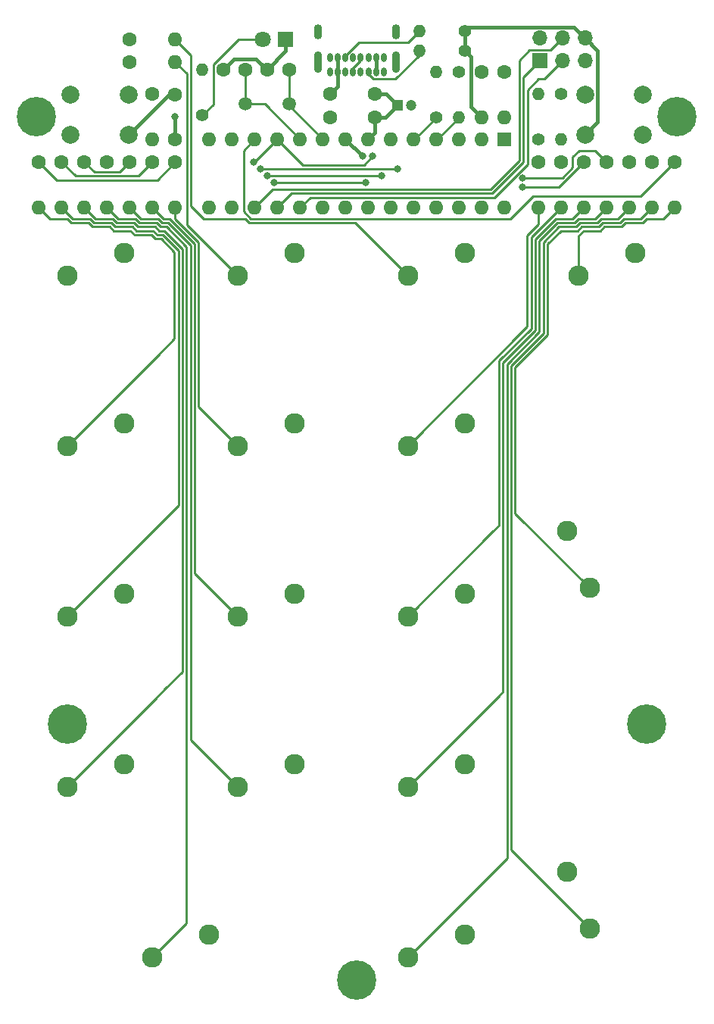
<source format=gtl>
G04 #@! TF.GenerationSoftware,KiCad,Pcbnew,(6.0.2)*
G04 #@! TF.CreationDate,2022-03-11T17:30:27-05:00*
G04 #@! TF.ProjectId,RYCpad_pcb,52594370-6164-45f7-9063-622e6b696361,rev?*
G04 #@! TF.SameCoordinates,Original*
G04 #@! TF.FileFunction,Copper,L1,Top*
G04 #@! TF.FilePolarity,Positive*
%FSLAX46Y46*%
G04 Gerber Fmt 4.6, Leading zero omitted, Abs format (unit mm)*
G04 Created by KiCad (PCBNEW (6.0.2)) date 2022-03-11 17:30:27*
%MOMM*%
%LPD*%
G01*
G04 APERTURE LIST*
G04 #@! TA.AperFunction,ComponentPad*
%ADD10R,1.600000X1.600000*%
G04 #@! TD*
G04 #@! TA.AperFunction,ComponentPad*
%ADD11O,1.600000X1.600000*%
G04 #@! TD*
G04 #@! TA.AperFunction,ComponentPad*
%ADD12C,1.600000*%
G04 #@! TD*
G04 #@! TA.AperFunction,ComponentPad*
%ADD13C,2.286000*%
G04 #@! TD*
G04 #@! TA.AperFunction,ComponentPad*
%ADD14C,1.400000*%
G04 #@! TD*
G04 #@! TA.AperFunction,ComponentPad*
%ADD15O,1.400000X1.400000*%
G04 #@! TD*
G04 #@! TA.AperFunction,ComponentPad*
%ADD16C,4.400000*%
G04 #@! TD*
G04 #@! TA.AperFunction,ComponentPad*
%ADD17C,2.000000*%
G04 #@! TD*
G04 #@! TA.AperFunction,ComponentPad*
%ADD18R,1.700000X1.700000*%
G04 #@! TD*
G04 #@! TA.AperFunction,ComponentPad*
%ADD19O,1.700000X1.700000*%
G04 #@! TD*
G04 #@! TA.AperFunction,ComponentPad*
%ADD20O,0.650000X1.000000*%
G04 #@! TD*
G04 #@! TA.AperFunction,ComponentPad*
%ADD21O,0.900000X1.700000*%
G04 #@! TD*
G04 #@! TA.AperFunction,ComponentPad*
%ADD22O,0.900000X2.400000*%
G04 #@! TD*
G04 #@! TA.AperFunction,ComponentPad*
%ADD23C,1.500000*%
G04 #@! TD*
G04 #@! TA.AperFunction,ComponentPad*
%ADD24R,1.200000X1.200000*%
G04 #@! TD*
G04 #@! TA.AperFunction,ComponentPad*
%ADD25C,1.200000*%
G04 #@! TD*
G04 #@! TA.AperFunction,ComponentPad*
%ADD26R,1.800000X1.800000*%
G04 #@! TD*
G04 #@! TA.AperFunction,ComponentPad*
%ADD27C,1.800000*%
G04 #@! TD*
G04 #@! TA.AperFunction,ViaPad*
%ADD28C,0.800000*%
G04 #@! TD*
G04 #@! TA.AperFunction,Conductor*
%ADD29C,0.250000*%
G04 #@! TD*
G04 #@! TA.AperFunction,Conductor*
%ADD30C,0.400000*%
G04 #@! TD*
G04 APERTURE END LIST*
D10*
X16510000Y46355000D03*
D11*
X13970000Y46355000D03*
X11430000Y46355000D03*
X8890000Y46355000D03*
X6350000Y46355000D03*
X3810000Y46355000D03*
X1270000Y46355000D03*
X-1270000Y46355000D03*
X-3810000Y46355000D03*
X-6350000Y46355000D03*
X-8890000Y46355000D03*
X-11430000Y46355000D03*
X-13970000Y46355000D03*
X-16510000Y46355000D03*
X-16510000Y38735000D03*
X-13970000Y38735000D03*
X-11430000Y38735000D03*
X-8890000Y38735000D03*
X-6350000Y38735000D03*
X-3810000Y38735000D03*
X-1270000Y38735000D03*
X1270000Y38735000D03*
X3810000Y38735000D03*
X6350000Y38735000D03*
X8890000Y38735000D03*
X11430000Y38735000D03*
X13970000Y38735000D03*
X16510000Y38735000D03*
D12*
X-22860000Y51435000D03*
D11*
X-22860000Y46355000D03*
D12*
X-25400000Y54991000D03*
D11*
X-20320000Y54991000D03*
D12*
X-25400000Y57531000D03*
D11*
X-20320000Y57531000D03*
D12*
X35560000Y43815000D03*
D11*
X35560000Y38735000D03*
D12*
X-35560000Y43815000D03*
D11*
X-35560000Y38735000D03*
D12*
X-20320000Y43815000D03*
D11*
X-20320000Y38735000D03*
D12*
X-22860000Y43815000D03*
D11*
X-22860000Y38735000D03*
D12*
X22860000Y43815000D03*
D11*
X22860000Y38735000D03*
D12*
X-30480000Y43815000D03*
D11*
X-30480000Y38735000D03*
D12*
X-25400000Y43815000D03*
D11*
X-25400000Y38735000D03*
D12*
X25400000Y43815000D03*
D11*
X25400000Y38735000D03*
D12*
X30480000Y43815000D03*
D11*
X30480000Y38735000D03*
D12*
X-27940000Y43815000D03*
D11*
X-27940000Y38735000D03*
D12*
X27940000Y43815000D03*
D11*
X27940000Y38735000D03*
D13*
X-26035000Y33655000D03*
X-32385000Y31115000D03*
X-6985000Y33655000D03*
X-13335000Y31115000D03*
X12065000Y33655000D03*
X5715000Y31115000D03*
X31115000Y33655000D03*
X24765000Y31115000D03*
X-26035000Y14605000D03*
X-32385000Y12065000D03*
X-6985000Y14605000D03*
X-13335000Y12065000D03*
X12065000Y14605000D03*
X5715000Y12065000D03*
X23495000Y2540000D03*
X26035000Y-3810000D03*
X-26035000Y-4445000D03*
X-32385000Y-6985000D03*
X-6985000Y-4445000D03*
X-13335000Y-6985000D03*
X12065000Y-4445000D03*
X5715000Y-6985000D03*
X-26035000Y-23495000D03*
X-32385000Y-26035000D03*
X-6985000Y-23495000D03*
X-13335000Y-26035000D03*
X12065000Y-23495000D03*
X5715000Y-26035000D03*
X23495000Y-35560000D03*
X26035000Y-41910000D03*
X-16510000Y-42545000D03*
X-22860000Y-45085000D03*
X12065000Y-42545000D03*
X5715000Y-45085000D03*
D14*
X22860000Y51435000D03*
D15*
X22860000Y46355000D03*
D14*
X12065000Y56261000D03*
D15*
X6985000Y56261000D03*
D14*
X12065000Y58420000D03*
D15*
X6985000Y58420000D03*
D14*
X20320000Y46355000D03*
D15*
X20320000Y51435000D03*
D14*
X11430000Y53848000D03*
D15*
X11430000Y48768000D03*
D16*
X35814000Y48895000D03*
X-35814000Y48895000D03*
D12*
X13970000Y53848000D03*
D11*
X13970000Y48768000D03*
D17*
X-25504000Y51363000D03*
X-32004000Y51363000D03*
X-25504000Y46863000D03*
X-32004000Y46863000D03*
D12*
X20320000Y43815000D03*
D11*
X20320000Y38735000D03*
D12*
X-20320000Y46355000D03*
X-20320000Y51355000D03*
D18*
X20447000Y55118000D03*
D19*
X20447000Y57658000D03*
X22987000Y55118000D03*
X22987000Y57658000D03*
X25527000Y55118000D03*
X25527000Y57658000D03*
D20*
X2975000Y53900000D03*
X2125000Y53900000D03*
X1275000Y53900000D03*
X425000Y53900000D03*
X-425000Y53900000D03*
X-1275000Y53900000D03*
X-2125000Y53900000D03*
X-2975000Y53900000D03*
X-2975000Y55450000D03*
X-2125000Y55450000D03*
X-1275000Y55450000D03*
X-425000Y55450000D03*
X425000Y55450000D03*
X1275000Y55450000D03*
X2125000Y55450000D03*
X2975000Y55450000D03*
D21*
X-4325000Y58360000D03*
D22*
X4325000Y54980000D03*
D21*
X4325000Y58360000D03*
D22*
X-4325000Y54980000D03*
D12*
X16510000Y53848000D03*
D11*
X16510000Y48768000D03*
D12*
X33020000Y43815000D03*
D11*
X33020000Y38735000D03*
D14*
X8890000Y48768000D03*
D15*
X8890000Y53848000D03*
D12*
X-33020000Y43815000D03*
D11*
X-33020000Y38735000D03*
D16*
X-32385000Y-19050000D03*
X0Y-47625000D03*
X32385000Y-19050000D03*
D17*
X25504000Y51363000D03*
X32004000Y51363000D03*
X25504000Y46863000D03*
X32004000Y46863000D03*
D14*
X-17272000Y49022000D03*
D15*
X-17272000Y54102000D03*
D23*
X-12446000Y50292000D03*
X-7566000Y50292000D03*
D12*
X-12446000Y54152800D03*
X-14946000Y54152800D03*
D24*
X4572000Y50165000D03*
D25*
X6072000Y50165000D03*
D12*
X2032000Y51435000D03*
X-2968000Y51435000D03*
X2032000Y48768000D03*
X-2968000Y48768000D03*
X-7569200Y54152800D03*
X-10069200Y54152800D03*
D26*
X-8001000Y57531000D03*
D27*
X-10541000Y57531000D03*
D28*
X-11557000Y43815000D03*
X1778000Y44450000D03*
X4572000Y43053000D03*
X-10795000Y43053000D03*
X-10033000Y42291000D03*
X2794000Y42291000D03*
X18542000Y41021000D03*
X1016000Y41529000D03*
X-9271000Y41529000D03*
X18542000Y42037000D03*
X635000Y44450000D03*
X-20320000Y48895000D03*
D29*
X-11881501Y37465000D02*
X17145000Y37465000D01*
X-12675000Y38258499D02*
X-11881501Y37465000D01*
X-11430000Y46355000D02*
X-12675000Y45110000D01*
X31750000Y40005000D02*
X35560000Y43815000D01*
X17145000Y37465000D02*
X19685000Y40005000D01*
X-12675000Y45110000D02*
X-12675000Y38258499D01*
X19685000Y40005000D02*
X31750000Y40005000D01*
X-18992011Y53663011D02*
X-20320000Y54991000D01*
X-13335000Y31115000D02*
X-18992011Y36772011D01*
X-18992011Y36772011D02*
X-18992011Y53663011D01*
X-17145000Y37465000D02*
X-12517911Y37465000D01*
X-12517911Y37465000D02*
X-12067901Y37014990D01*
X-12067901Y37014990D02*
X-184990Y37014990D01*
X-18542000Y55753000D02*
X-18542000Y38862000D01*
X-184990Y37014990D02*
X5715000Y31115000D01*
X-20320000Y57531000D02*
X-18542000Y55753000D01*
X-18542000Y38862000D02*
X-17145000Y37465000D01*
X32386410Y37465000D02*
X31936400Y37014990D01*
X24765000Y35554360D02*
X25325612Y36114972D01*
X27679212Y36564982D02*
X29582802Y36564982D01*
X27229202Y36114972D02*
X27679212Y36564982D01*
X24765000Y31115000D02*
X24765000Y35554360D01*
X31936400Y37014990D02*
X30032810Y37014990D01*
X34290000Y37465000D02*
X32386410Y37465000D01*
X35560000Y38735000D02*
X34290000Y37465000D01*
X30032810Y37014990D02*
X29582802Y36564982D01*
X25325612Y36114972D02*
X27229202Y36114972D01*
X-24875600Y35664960D02*
X-22972010Y35664960D01*
X-29582800Y36564980D02*
X-27679210Y36564980D01*
X-32386410Y37465000D02*
X-31936400Y37014990D01*
X-22319099Y22130901D02*
X-32385000Y12065000D01*
X-30032810Y37014990D02*
X-29582800Y36564980D01*
X-22972010Y35664960D02*
X-22522000Y35214950D01*
X-21889820Y35214950D02*
X-20400030Y33725160D01*
X-31936400Y37014990D02*
X-30032810Y37014990D01*
X-35560000Y38735000D02*
X-34290000Y37465000D01*
X-20400030Y24049970D02*
X-22319099Y22130901D01*
X-34290000Y37465000D02*
X-32386410Y37465000D01*
X-27229200Y36114970D02*
X-25325610Y36114970D01*
X-25325610Y36114970D02*
X-24875600Y35664960D01*
X-22522000Y35214950D02*
X-21889820Y35214950D01*
X-27679210Y36564980D02*
X-27229200Y36114970D01*
X-20400030Y33725160D02*
X-20400030Y24049970D01*
X-8890000Y46355000D02*
X-11430000Y43815000D01*
X-6037520Y43502520D02*
X-8890000Y46355000D01*
X-11430000Y43815000D02*
X-11557000Y43815000D01*
X1778000Y44450000D02*
X830520Y43502520D01*
X-33534980Y41789980D02*
X-22345020Y41789980D01*
X-22345020Y41789980D02*
X-20320000Y43815000D01*
X830520Y43502520D02*
X-6037520Y43502520D01*
X-35560000Y43815000D02*
X-33534980Y41789980D01*
X-17699970Y34843560D02*
X-20320000Y37463590D01*
X-13335000Y12065000D02*
X-17699970Y16429970D01*
X-17699970Y16429970D02*
X-17699970Y34843560D01*
X-20320000Y37463590D02*
X-20320000Y38735000D01*
X19050000Y25400000D02*
X5715000Y12065000D01*
X19050000Y35562820D02*
X19050000Y25400000D01*
X20320000Y38735000D02*
X20320000Y36832820D01*
X20320000Y36832820D02*
X19050000Y35562820D01*
X17675038Y20842988D02*
X17675038Y4549962D01*
X21300050Y24468000D02*
X17675038Y20842988D01*
X29846410Y37465000D02*
X29396401Y37014991D01*
X22785610Y36114970D02*
X21300050Y34629410D01*
X31750000Y37465000D02*
X29846410Y37465000D01*
X27042801Y36564981D02*
X25139210Y36564980D01*
X17675038Y4549962D02*
X26035000Y-3810000D01*
X25139210Y36564980D02*
X24689201Y36114971D01*
X27492810Y37014990D02*
X27042801Y36564981D01*
X29396401Y37014991D02*
X27492810Y37014990D01*
X24689201Y36114971D02*
X22785610Y36114970D01*
X33020000Y38735000D02*
X31750000Y37465000D01*
X21300050Y34629410D02*
X21300050Y24468000D01*
X-19950020Y33911560D02*
X-19950020Y5449980D01*
X-22335600Y35664960D02*
X-21703420Y35664960D01*
X-31750000Y37465000D02*
X-29846410Y37465000D01*
X-33020000Y38735000D02*
X-31750000Y37465000D01*
X-29846410Y37465000D02*
X-29396400Y37014990D01*
X-29396400Y37014990D02*
X-27492810Y37014990D01*
X-19950020Y5449980D02*
X-22225000Y3175000D01*
X-24689200Y36114970D02*
X-22785610Y36114970D01*
X-25139210Y36564980D02*
X-24689200Y36114970D01*
X-21703420Y35664960D02*
X-19950020Y33911560D01*
X-22225000Y3175000D02*
X-32385000Y-6985000D01*
X-22785610Y36114970D02*
X-22335600Y35664960D01*
X-27492810Y37014990D02*
X-27042800Y36564980D01*
X-27042800Y36564980D02*
X-25139210Y36564980D01*
X-31444990Y42239990D02*
X-24435010Y42239990D01*
X-33020000Y43815000D02*
X-31444990Y42239990D01*
X-10795000Y43053000D02*
X4572000Y43053000D01*
X-24435010Y42239990D02*
X-22860000Y43815000D01*
X-18149980Y34657160D02*
X-18149980Y-2170020D01*
X-22860000Y38735000D02*
X-21590000Y37465000D01*
X-20770010Y37277190D02*
X-18149980Y34657160D01*
X-21590000Y37465000D02*
X-20955000Y37465000D01*
X-18149980Y-2170020D02*
X-13335000Y-6985000D01*
X-20770010Y37280010D02*
X-20770010Y37277190D01*
X-20955000Y37465000D02*
X-20770010Y37280010D01*
X19500010Y25213600D02*
X15875000Y21588590D01*
X19500010Y35376420D02*
X19500010Y25213600D01*
X21588590Y37465000D02*
X19500010Y35376420D01*
X15875000Y3175000D02*
X15240000Y2540000D01*
X15875000Y21588590D02*
X15875000Y3175000D01*
X21590000Y37465000D02*
X21588590Y37465000D01*
X22860000Y38735000D02*
X21590000Y37465000D01*
X15240000Y2540000D02*
X5715000Y-6985000D01*
X-29210000Y37465000D02*
X-27306410Y37465000D01*
X-24502800Y36564980D02*
X-22599210Y36564980D01*
X-21419079Y-15069079D02*
X-19500010Y-13150010D01*
X-19500010Y28390010D02*
X-19500010Y28575000D01*
X-19500010Y34097960D02*
X-19500010Y28390010D01*
X-22542500Y-16192500D02*
X-32385000Y-26035000D01*
X-22149200Y36114970D02*
X-21517020Y36114970D01*
X-30480000Y38735000D02*
X-29210000Y37465000D01*
X-27306410Y37465000D02*
X-26856400Y37014990D01*
X-24952810Y37014990D02*
X-24502800Y36564980D01*
X-19500010Y-13150010D02*
X-19500010Y28390010D01*
X-21517020Y36114970D02*
X-19500010Y34097960D01*
X-21419079Y-15069079D02*
X-22542500Y-16192500D01*
X-22599210Y36564980D02*
X-22149200Y36114970D01*
X-26856400Y37014990D02*
X-24952810Y37014990D01*
X-26525001Y42689999D02*
X-25400000Y43815000D01*
X25400000Y43815000D02*
X22606000Y41021000D01*
X-30480000Y43815000D02*
X-29354999Y42689999D01*
X22606000Y41021000D02*
X18542000Y41021000D01*
X-29354999Y42689999D02*
X-26525001Y42689999D01*
X-10033000Y42291000D02*
X2794000Y42291000D01*
X-25400000Y38735000D02*
X-24130000Y37465000D01*
X-18599990Y-20770010D02*
X-13335000Y-26035000D01*
X-21776400Y37014990D02*
X-21144220Y37014990D01*
X-24130000Y37465000D02*
X-22226410Y37465000D01*
X-22226410Y37465000D02*
X-21776400Y37014990D01*
X-21144220Y37014990D02*
X-18599990Y34470760D01*
X-18599990Y34470760D02*
X-18599990Y-20770010D01*
X19950020Y25027200D02*
X16325010Y21402190D01*
X22226410Y37465000D02*
X21776401Y37014991D01*
X21774991Y37014991D02*
X19950020Y35190020D01*
X15875000Y-15875000D02*
X5715000Y-26035000D01*
X21776401Y37014991D02*
X21774991Y37014991D01*
X25400000Y38735000D02*
X24130000Y37465000D01*
X16325010Y21402190D02*
X16325009Y-15424991D01*
X16325009Y-15424991D02*
X15875000Y-15875000D01*
X24130000Y37465000D02*
X22226410Y37465000D01*
X19950020Y35190020D02*
X19950020Y25027200D01*
X30480000Y38735000D02*
X29210000Y37465000D01*
X24952810Y37014990D02*
X24502800Y36564980D01*
X24502800Y36564980D02*
X22599210Y36564980D01*
X17225028Y21029388D02*
X17225028Y-33100028D01*
X26856400Y37014990D02*
X24952810Y37014990D01*
X22599210Y36564980D02*
X20850040Y34815810D01*
X17225028Y-33100028D02*
X26035000Y-41910000D01*
X29210000Y37465000D02*
X27306410Y37465000D01*
X20850040Y24654400D02*
X17225028Y21029388D01*
X27306410Y37465000D02*
X26856400Y37014990D01*
X20850040Y34815810D02*
X20850040Y24654400D01*
X-21962800Y36564980D02*
X-21330620Y36564980D01*
X-27940000Y38735000D02*
X-26670000Y37465000D01*
X-19050000Y34284360D02*
X-19050000Y-41275000D01*
X-26670000Y37465000D02*
X-24766410Y37465000D01*
X-24316400Y37014990D02*
X-22412810Y37014990D01*
X-22412810Y37014990D02*
X-21962800Y36564980D01*
X-19050000Y-41275000D02*
X-22860000Y-45085000D01*
X-24766410Y37465000D02*
X-24316400Y37014990D01*
X-21330620Y36564980D02*
X-19050000Y34284360D01*
X22986282Y42037000D02*
X24130000Y43180718D01*
X24130000Y44356150D02*
X24858850Y45085000D01*
X24858850Y45085000D02*
X26670000Y45085000D01*
X-9271000Y41529000D02*
X1016000Y41529000D01*
X18542000Y42037000D02*
X22986282Y42037000D01*
X26670000Y45085000D02*
X27940000Y43815000D01*
X24130000Y43180718D02*
X24130000Y44356150D01*
X5715000Y-45085000D02*
X16775018Y-34024982D01*
X20400030Y24840800D02*
X20400030Y35002210D01*
X24316400Y37014990D02*
X24766410Y37465000D01*
X20400030Y35002210D02*
X22412810Y37014990D01*
X16775018Y-34024982D02*
X16775019Y21215789D01*
X16775019Y21215789D02*
X20400030Y24840800D01*
X26670000Y37465000D02*
X27940000Y38735000D01*
X22412810Y37014990D02*
X24316400Y37014990D01*
X24766410Y37465000D02*
X26670000Y37465000D01*
D30*
X25504000Y46863000D02*
X26903511Y48262511D01*
X635000Y44450000D02*
X-1270000Y46355000D01*
X26903511Y48262511D02*
X26903511Y56281489D01*
X12765000Y49973000D02*
X13970000Y48768000D01*
X-11268711Y55352311D02*
X-10069200Y54152800D01*
X25527000Y57658000D02*
X24277489Y58907511D01*
X-25504000Y46863000D02*
X-21012000Y51355000D01*
X12765000Y55561000D02*
X12765000Y49973000D01*
X-14946000Y54152800D02*
X-13746489Y55352311D01*
X12065000Y56261000D02*
X12765000Y55561000D01*
X-10069200Y54152800D02*
X-8001000Y56221000D01*
X12065000Y58420000D02*
X12065000Y56261000D01*
X-21012000Y51355000D02*
X-20320000Y51355000D01*
X26903511Y56281489D02*
X25527000Y57658000D01*
X-8001000Y56221000D02*
X-8001000Y57531000D01*
X-13746489Y55352311D02*
X-11268711Y55352311D01*
X24277489Y58907511D02*
X12552511Y58907511D01*
X12552511Y58907511D02*
X12065000Y58420000D01*
D29*
X-425000Y54000000D02*
X-425000Y54312000D01*
X425000Y55162000D02*
X425000Y55350000D01*
X-425000Y54312000D02*
X425000Y55162000D01*
X21621511Y56292511D02*
X22987000Y57658000D01*
X-9404979Y40760021D02*
X14968971Y40760021D01*
X18161000Y55181022D02*
X19272489Y56292511D01*
X19272489Y56292511D02*
X21621511Y56292511D01*
X-11430000Y38735000D02*
X-9404979Y40760021D01*
X18161000Y43952050D02*
X18161000Y55181022D01*
X14968971Y40760021D02*
X18161000Y43952050D01*
X15340387Y39860001D02*
X19060040Y43579656D01*
X19060040Y43579656D02*
X19060040Y51826040D01*
X-6350000Y38735000D02*
X-5224999Y39860001D01*
X19060040Y51826040D02*
X20320000Y53086000D01*
X-5224999Y39860001D02*
X15340387Y39860001D01*
X20955000Y53086000D02*
X22987000Y55118000D01*
X20320000Y53086000D02*
X20955000Y53086000D01*
D30*
X2032000Y47117000D02*
X1270000Y46355000D01*
X-20320000Y48895000D02*
X-20320000Y46355000D01*
X3302000Y51435000D02*
X4572000Y50165000D01*
X2032000Y48768000D02*
X3175000Y48768000D01*
X2032000Y48768000D02*
X2032000Y47117000D01*
X3175000Y48768000D02*
X4572000Y50165000D01*
X2032000Y51435000D02*
X3302000Y51435000D01*
D29*
X15154679Y40310011D02*
X18610520Y43765853D01*
X-8890000Y38735000D02*
X-7314989Y40310011D01*
X18610520Y43765853D02*
X18610520Y53281520D01*
X-7314989Y40310011D02*
X15154679Y40310011D01*
X18610520Y53281520D02*
X20447000Y55118000D01*
X1275000Y53656441D02*
X1855961Y53075480D01*
X1275000Y54000000D02*
X1275000Y53656441D01*
X1855961Y53075480D02*
X4307480Y53075480D01*
X4307480Y53075480D02*
X6985000Y55753000D01*
X6985000Y55753000D02*
X6985000Y56261000D01*
X-1275000Y55693559D02*
X216921Y57185480D01*
X5750480Y57185480D02*
X6985000Y58420000D01*
X-1275000Y55350000D02*
X-1275000Y55693559D01*
X216921Y57185480D02*
X5750480Y57185480D01*
X6477000Y46355000D02*
X6350000Y46355000D01*
X8890000Y48768000D02*
X6477000Y46355000D01*
X9017000Y46355000D02*
X8890000Y46355000D01*
X11430000Y48768000D02*
X9017000Y46355000D01*
X-10287000Y50292000D02*
X-12446000Y50292000D01*
X-6350000Y46355000D02*
X-10287000Y50292000D01*
X-12446000Y54152800D02*
X-12446000Y50292000D01*
X-3810000Y46355000D02*
X-7566000Y50111000D01*
X-7569200Y50295200D02*
X-7566000Y50292000D01*
X-7569200Y54152800D02*
X-7569200Y50295200D01*
X-7566000Y50111000D02*
X-7566000Y50292000D01*
D30*
X-2125000Y54000000D02*
X-2125000Y55350000D01*
X-2968000Y51435000D02*
X-2125000Y52278000D01*
X-2125000Y52278000D02*
X-2125000Y54000000D01*
X2125000Y54000000D02*
X2125000Y55350000D01*
D29*
X-16071001Y54692801D02*
X-13232802Y57531000D01*
X-17272000Y49022000D02*
X-16071001Y50222999D01*
X-16071001Y50222999D02*
X-16071001Y54692801D01*
X-13232802Y57531000D02*
X-10541000Y57531000D01*
M02*

</source>
